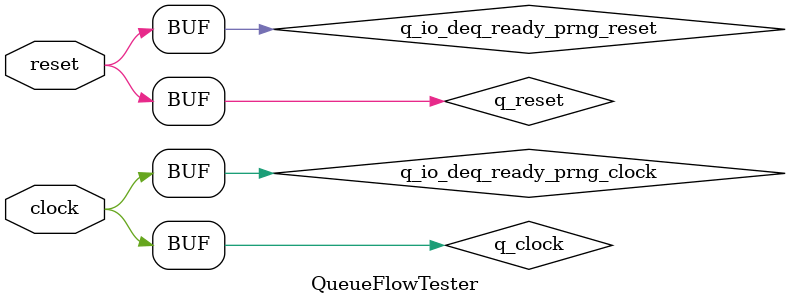
<source format=v>
module Queue(
  input   clock,
  input   reset,
  output  io_enq_ready,
  input   io_enq_valid,
  input   io_deq_ready,
  output  io_deq_valid,
  output  io_count
);
`ifdef RANDOMIZE_REG_INIT
  reg [31:0] _RAND_0;
`endif // RANDOMIZE_REG_INIT
  reg  maybe_full; // @[Decoupled.scala 223:27]
  wire  empty = ~maybe_full; // @[Decoupled.scala 226:28]
  wire  _do_enq_T = io_enq_ready & io_enq_valid; // @[Decoupled.scala 40:37]
  wire  _do_deq_T = io_deq_ready & io_deq_valid; // @[Decoupled.scala 40:37]
  wire  _GEN_7 = io_deq_ready ? 1'h0 : _do_enq_T; // @[Decoupled.scala 259:{27,36}]
  wire  do_enq = empty ? _GEN_7 : _do_enq_T; // @[Decoupled.scala 256:18]
  wire  do_deq = empty ? 1'h0 : _do_deq_T; // @[Decoupled.scala 256:18 258:14]
  assign io_enq_ready = ~maybe_full; // @[Decoupled.scala 243:19]
  assign io_deq_valid = io_enq_valid | ~empty; // @[Decoupled.scala 242:16 255:{25,40}]
  assign io_count = maybe_full; // @[Decoupled.scala 269:62]
  always @(posedge clock) begin
    if (reset) begin // @[Decoupled.scala 223:27]
      maybe_full <= 1'h0; // @[Decoupled.scala 223:27]
    end else if (do_enq != do_deq) begin // @[Decoupled.scala 238:28]
      if (empty) begin // @[Decoupled.scala 256:18]
        if (io_deq_ready) begin // @[Decoupled.scala 259:27]
          maybe_full <= 1'h0; // @[Decoupled.scala 259:36]
        end else begin
          maybe_full <= _do_enq_T;
        end
      end else begin
        maybe_full <= _do_enq_T;
      end
    end
  end
// Register and memory initialization
`ifdef RANDOMIZE_GARBAGE_ASSIGN
`define RANDOMIZE
`endif
`ifdef RANDOMIZE_INVALID_ASSIGN
`define RANDOMIZE
`endif
`ifdef RANDOMIZE_REG_INIT
`define RANDOMIZE
`endif
`ifdef RANDOMIZE_MEM_INIT
`define RANDOMIZE
`endif
`ifndef RANDOM
`define RANDOM $random
`endif
`ifdef RANDOMIZE_MEM_INIT
  integer initvar;
`endif
`ifndef SYNTHESIS
`ifdef FIRRTL_BEFORE_INITIAL
`FIRRTL_BEFORE_INITIAL
`endif
initial begin
  `ifdef RANDOMIZE
    `ifdef INIT_RANDOM
      `INIT_RANDOM
    `endif
    `ifndef VERILATOR
      `ifdef RANDOMIZE_DELAY
        #`RANDOMIZE_DELAY begin end
      `else
        #0.002 begin end
      `endif
    `endif
`ifdef RANDOMIZE_REG_INIT
  _RAND_0 = {1{`RANDOM}};
  maybe_full = _RAND_0[0:0];
`endif // RANDOMIZE_REG_INIT
  `endif // RANDOMIZE
end // initial
`ifdef FIRRTL_AFTER_INITIAL
`FIRRTL_AFTER_INITIAL
`endif
`endif // SYNTHESIS
endmodule
module MaxPeriodFibonacciLFSR(
  input   clock,
  input   reset,
  output  io_out_0,
  output  io_out_1,
  output  io_out_2,
  output  io_out_3,
  output  io_out_4,
  output  io_out_5,
  output  io_out_6,
  output  io_out_7,
  output  io_out_8,
  output  io_out_9,
  output  io_out_10,
  output  io_out_11,
  output  io_out_12,
  output  io_out_13,
  output  io_out_14,
  output  io_out_15
);
`ifdef RANDOMIZE_REG_INIT
  reg [31:0] _RAND_0;
  reg [31:0] _RAND_1;
  reg [31:0] _RAND_2;
  reg [31:0] _RAND_3;
  reg [31:0] _RAND_4;
  reg [31:0] _RAND_5;
  reg [31:0] _RAND_6;
  reg [31:0] _RAND_7;
  reg [31:0] _RAND_8;
  reg [31:0] _RAND_9;
  reg [31:0] _RAND_10;
  reg [31:0] _RAND_11;
  reg [31:0] _RAND_12;
  reg [31:0] _RAND_13;
  reg [31:0] _RAND_14;
  reg [31:0] _RAND_15;
`endif // RANDOMIZE_REG_INIT
  reg  state_0; // @[PRNG.scala 47:50]
  reg  state_1; // @[PRNG.scala 47:50]
  reg  state_2; // @[PRNG.scala 47:50]
  reg  state_3; // @[PRNG.scala 47:50]
  reg  state_4; // @[PRNG.scala 47:50]
  reg  state_5; // @[PRNG.scala 47:50]
  reg  state_6; // @[PRNG.scala 47:50]
  reg  state_7; // @[PRNG.scala 47:50]
  reg  state_8; // @[PRNG.scala 47:50]
  reg  state_9; // @[PRNG.scala 47:50]
  reg  state_10; // @[PRNG.scala 47:50]
  reg  state_11; // @[PRNG.scala 47:50]
  reg  state_12; // @[PRNG.scala 47:50]
  reg  state_13; // @[PRNG.scala 47:50]
  reg  state_14; // @[PRNG.scala 47:50]
  reg  state_15; // @[PRNG.scala 47:50]
  wire  _T_2 = state_15 ^ state_13 ^ state_12 ^ state_10; // @[LFSR.scala 15:41]
  assign io_out_0 = state_0; // @[PRNG.scala 69:10]
  assign io_out_1 = state_1; // @[PRNG.scala 69:10]
  assign io_out_2 = state_2; // @[PRNG.scala 69:10]
  assign io_out_3 = state_3; // @[PRNG.scala 69:10]
  assign io_out_4 = state_4; // @[PRNG.scala 69:10]
  assign io_out_5 = state_5; // @[PRNG.scala 69:10]
  assign io_out_6 = state_6; // @[PRNG.scala 69:10]
  assign io_out_7 = state_7; // @[PRNG.scala 69:10]
  assign io_out_8 = state_8; // @[PRNG.scala 69:10]
  assign io_out_9 = state_9; // @[PRNG.scala 69:10]
  assign io_out_10 = state_10; // @[PRNG.scala 69:10]
  assign io_out_11 = state_11; // @[PRNG.scala 69:10]
  assign io_out_12 = state_12; // @[PRNG.scala 69:10]
  assign io_out_13 = state_13; // @[PRNG.scala 69:10]
  assign io_out_14 = state_14; // @[PRNG.scala 69:10]
  assign io_out_15 = state_15; // @[PRNG.scala 69:10]
  always @(posedge clock) begin
    state_0 <= reset | _T_2; // @[PRNG.scala 47:{50,50}]
    if (reset) begin // @[PRNG.scala 47:50]
      state_1 <= 1'h0; // @[PRNG.scala 47:50]
    end else begin
      state_1 <= state_0;
    end
    if (reset) begin // @[PRNG.scala 47:50]
      state_2 <= 1'h0; // @[PRNG.scala 47:50]
    end else begin
      state_2 <= state_1;
    end
    if (reset) begin // @[PRNG.scala 47:50]
      state_3 <= 1'h0; // @[PRNG.scala 47:50]
    end else begin
      state_3 <= state_2;
    end
    if (reset) begin // @[PRNG.scala 47:50]
      state_4 <= 1'h0; // @[PRNG.scala 47:50]
    end else begin
      state_4 <= state_3;
    end
    if (reset) begin // @[PRNG.scala 47:50]
      state_5 <= 1'h0; // @[PRNG.scala 47:50]
    end else begin
      state_5 <= state_4;
    end
    if (reset) begin // @[PRNG.scala 47:50]
      state_6 <= 1'h0; // @[PRNG.scala 47:50]
    end else begin
      state_6 <= state_5;
    end
    if (reset) begin // @[PRNG.scala 47:50]
      state_7 <= 1'h0; // @[PRNG.scala 47:50]
    end else begin
      state_7 <= state_6;
    end
    if (reset) begin // @[PRNG.scala 47:50]
      state_8 <= 1'h0; // @[PRNG.scala 47:50]
    end else begin
      state_8 <= state_7;
    end
    if (reset) begin // @[PRNG.scala 47:50]
      state_9 <= 1'h0; // @[PRNG.scala 47:50]
    end else begin
      state_9 <= state_8;
    end
    if (reset) begin // @[PRNG.scala 47:50]
      state_10 <= 1'h0; // @[PRNG.scala 47:50]
    end else begin
      state_10 <= state_9;
    end
    if (reset) begin // @[PRNG.scala 47:50]
      state_11 <= 1'h0; // @[PRNG.scala 47:50]
    end else begin
      state_11 <= state_10;
    end
    if (reset) begin // @[PRNG.scala 47:50]
      state_12 <= 1'h0; // @[PRNG.scala 47:50]
    end else begin
      state_12 <= state_11;
    end
    if (reset) begin // @[PRNG.scala 47:50]
      state_13 <= 1'h0; // @[PRNG.scala 47:50]
    end else begin
      state_13 <= state_12;
    end
    if (reset) begin // @[PRNG.scala 47:50]
      state_14 <= 1'h0; // @[PRNG.scala 47:50]
    end else begin
      state_14 <= state_13;
    end
    if (reset) begin // @[PRNG.scala 47:50]
      state_15 <= 1'h0; // @[PRNG.scala 47:50]
    end else begin
      state_15 <= state_14;
    end
  end
// Register and memory initialization
`ifdef RANDOMIZE_GARBAGE_ASSIGN
`define RANDOMIZE
`endif
`ifdef RANDOMIZE_INVALID_ASSIGN
`define RANDOMIZE
`endif
`ifdef RANDOMIZE_REG_INIT
`define RANDOMIZE
`endif
`ifdef RANDOMIZE_MEM_INIT
`define RANDOMIZE
`endif
`ifndef RANDOM
`define RANDOM $random
`endif
`ifdef RANDOMIZE_MEM_INIT
  integer initvar;
`endif
`ifndef SYNTHESIS
`ifdef FIRRTL_BEFORE_INITIAL
`FIRRTL_BEFORE_INITIAL
`endif
initial begin
  `ifdef RANDOMIZE
    `ifdef INIT_RANDOM
      `INIT_RANDOM
    `endif
    `ifndef VERILATOR
      `ifdef RANDOMIZE_DELAY
        #`RANDOMIZE_DELAY begin end
      `else
        #0.002 begin end
      `endif
    `endif
`ifdef RANDOMIZE_REG_INIT
  _RAND_0 = {1{`RANDOM}};
  state_0 = _RAND_0[0:0];
  _RAND_1 = {1{`RANDOM}};
  state_1 = _RAND_1[0:0];
  _RAND_2 = {1{`RANDOM}};
  state_2 = _RAND_2[0:0];
  _RAND_3 = {1{`RANDOM}};
  state_3 = _RAND_3[0:0];
  _RAND_4 = {1{`RANDOM}};
  state_4 = _RAND_4[0:0];
  _RAND_5 = {1{`RANDOM}};
  state_5 = _RAND_5[0:0];
  _RAND_6 = {1{`RANDOM}};
  state_6 = _RAND_6[0:0];
  _RAND_7 = {1{`RANDOM}};
  state_7 = _RAND_7[0:0];
  _RAND_8 = {1{`RANDOM}};
  state_8 = _RAND_8[0:0];
  _RAND_9 = {1{`RANDOM}};
  state_9 = _RAND_9[0:0];
  _RAND_10 = {1{`RANDOM}};
  state_10 = _RAND_10[0:0];
  _RAND_11 = {1{`RANDOM}};
  state_11 = _RAND_11[0:0];
  _RAND_12 = {1{`RANDOM}};
  state_12 = _RAND_12[0:0];
  _RAND_13 = {1{`RANDOM}};
  state_13 = _RAND_13[0:0];
  _RAND_14 = {1{`RANDOM}};
  state_14 = _RAND_14[0:0];
  _RAND_15 = {1{`RANDOM}};
  state_15 = _RAND_15[0:0];
`endif // RANDOMIZE_REG_INIT
  `endif // RANDOMIZE
end // initial
`ifdef FIRRTL_AFTER_INITIAL
`FIRRTL_AFTER_INITIAL
`endif
`endif // SYNTHESIS
endmodule
module QueueFlowTester(
  input   clock,
  input   reset
);
`ifdef RANDOMIZE_REG_INIT
  reg [31:0] _RAND_0;
  reg [31:0] _RAND_1;
`endif // RANDOMIZE_REG_INIT
  wire  q_clock; // @[QueueSpec.scala 145:17]
  wire  q_reset; // @[QueueSpec.scala 145:17]
  wire  q_io_enq_ready; // @[QueueSpec.scala 145:17]
  wire  q_io_enq_valid; // @[QueueSpec.scala 145:17]
  wire  q_io_deq_ready; // @[QueueSpec.scala 145:17]
  wire  q_io_deq_valid; // @[QueueSpec.scala 145:17]
  wire  q_io_count; // @[QueueSpec.scala 145:17]
  wire  q_io_deq_ready_prng_clock; // @[PRNG.scala 82:22]
  wire  q_io_deq_ready_prng_reset; // @[PRNG.scala 82:22]
  wire  q_io_deq_ready_prng_io_out_0; // @[PRNG.scala 82:22]
  wire  q_io_deq_ready_prng_io_out_1; // @[PRNG.scala 82:22]
  wire  q_io_deq_ready_prng_io_out_2; // @[PRNG.scala 82:22]
  wire  q_io_deq_ready_prng_io_out_3; // @[PRNG.scala 82:22]
  wire  q_io_deq_ready_prng_io_out_4; // @[PRNG.scala 82:22]
  wire  q_io_deq_ready_prng_io_out_5; // @[PRNG.scala 82:22]
  wire  q_io_deq_ready_prng_io_out_6; // @[PRNG.scala 82:22]
  wire  q_io_deq_ready_prng_io_out_7; // @[PRNG.scala 82:22]
  wire  q_io_deq_ready_prng_io_out_8; // @[PRNG.scala 82:22]
  wire  q_io_deq_ready_prng_io_out_9; // @[PRNG.scala 82:22]
  wire  q_io_deq_ready_prng_io_out_10; // @[PRNG.scala 82:22]
  wire  q_io_deq_ready_prng_io_out_11; // @[PRNG.scala 82:22]
  wire  q_io_deq_ready_prng_io_out_12; // @[PRNG.scala 82:22]
  wire  q_io_deq_ready_prng_io_out_13; // @[PRNG.scala 82:22]
  wire  q_io_deq_ready_prng_io_out_14; // @[PRNG.scala 82:22]
  wire  q_io_deq_ready_prng_io_out_15; // @[PRNG.scala 82:22]
  reg [4:0] value; // @[Counter.scala 60:40]
  reg [4:0] value_1; // @[Counter.scala 60:40]
  wire [7:0] q_io_deq_ready_lo = {q_io_deq_ready_prng_io_out_7,q_io_deq_ready_prng_io_out_6,q_io_deq_ready_prng_io_out_5
    ,q_io_deq_ready_prng_io_out_4,q_io_deq_ready_prng_io_out_3,q_io_deq_ready_prng_io_out_2,q_io_deq_ready_prng_io_out_1
    ,q_io_deq_ready_prng_io_out_0}; // @[PRNG.scala 86:17]
  wire [15:0] _q_io_deq_ready_T = {q_io_deq_ready_prng_io_out_15,q_io_deq_ready_prng_io_out_14,
    q_io_deq_ready_prng_io_out_13,q_io_deq_ready_prng_io_out_12,q_io_deq_ready_prng_io_out_11,
    q_io_deq_ready_prng_io_out_10,q_io_deq_ready_prng_io_out_9,q_io_deq_ready_prng_io_out_8,q_io_deq_ready_lo}; // @[PRNG.scala 86:17]
  wire  _T_6 = q_io_enq_ready & q_io_enq_valid; // @[Decoupled.scala 40:37]
  wire  wrap = value == 5'h14; // @[Counter.scala 72:24]
  wire [4:0] _value_T_1 = value + 5'h1; // @[Counter.scala 76:24]
  wire  _T_14 = q_io_deq_ready & q_io_deq_valid; // @[Decoupled.scala 40:37]
  wire  wrap_1 = value_1 == 5'h14; // @[Counter.scala 72:24]
  wire [4:0] _value_T_3 = value_1 + 5'h1; // @[Counter.scala 76:24]
  Queue q ( // @[QueueSpec.scala 145:17]
    .clock(q_clock),
    .reset(q_reset),
    .io_enq_ready(q_io_enq_ready),
    .io_enq_valid(q_io_enq_valid),
    .io_deq_ready(q_io_deq_ready),
    .io_deq_valid(q_io_deq_valid),
    .io_count(q_io_count)
  );
  MaxPeriodFibonacciLFSR q_io_deq_ready_prng ( // @[PRNG.scala 82:22]
    .clock(q_io_deq_ready_prng_clock),
    .reset(q_io_deq_ready_prng_reset),
    .io_out_0(q_io_deq_ready_prng_io_out_0),
    .io_out_1(q_io_deq_ready_prng_io_out_1),
    .io_out_2(q_io_deq_ready_prng_io_out_2),
    .io_out_3(q_io_deq_ready_prng_io_out_3),
    .io_out_4(q_io_deq_ready_prng_io_out_4),
    .io_out_5(q_io_deq_ready_prng_io_out_5),
    .io_out_6(q_io_deq_ready_prng_io_out_6),
    .io_out_7(q_io_deq_ready_prng_io_out_7),
    .io_out_8(q_io_deq_ready_prng_io_out_8),
    .io_out_9(q_io_deq_ready_prng_io_out_9),
    .io_out_10(q_io_deq_ready_prng_io_out_10),
    .io_out_11(q_io_deq_ready_prng_io_out_11),
    .io_out_12(q_io_deq_ready_prng_io_out_12),
    .io_out_13(q_io_deq_ready_prng_io_out_13),
    .io_out_14(q_io_deq_ready_prng_io_out_14),
    .io_out_15(q_io_deq_ready_prng_io_out_15)
  );
  assign q_clock = clock;
  assign q_reset = reset;
  assign q_io_enq_valid = value < 5'h14; // @[QueueSpec.scala 152:34]
  assign q_io_deq_ready = _q_io_deq_ready_T[4]; // @[QueueSpec.scala 156:29]
  assign q_io_deq_ready_prng_clock = clock;
  assign q_io_deq_ready_prng_reset = reset;
  always @(posedge clock) begin
    if (reset) begin // @[Counter.scala 60:40]
      value <= 5'h0; // @[Counter.scala 60:40]
    end else if (_T_6) begin // @[QueueSpec.scala 161:25]
      if (wrap) begin // @[Counter.scala 86:20]
        value <= 5'h0; // @[Counter.scala 86:28]
      end else begin
        value <= _value_T_1; // @[Counter.scala 76:15]
      end
    end
    if (reset) begin // @[Counter.scala 60:40]
      value_1 <= 5'h0; // @[Counter.scala 60:40]
    end else if (_T_14) begin // @[QueueSpec.scala 164:25]
      if (wrap_1) begin // @[Counter.scala 86:20]
        value_1 <= 5'h0; // @[Counter.scala 86:28]
      end else begin
        value_1 <= _value_T_3; // @[Counter.scala 76:15]
      end
    end
    `ifndef SYNTHESIS
    `ifdef PRINTF_COND
      if (`PRINTF_COND) begin
    `endif
        if (~(q_io_enq_ready | q_io_count | reset)) begin
          $fwrite(32'h80000002,
            "Assertion failed\n    at QueueSpec.scala:154 assert(q.io.enq.ready || q.io.count === queueDepth.U)\n"); // @[QueueSpec.scala 154:9]
        end
    `ifdef PRINTF_COND
      end
    `endif
    `endif // SYNTHESIS
    `ifndef SYNTHESIS
    `ifdef STOP_COND
      if (`STOP_COND) begin
    `endif
        if (~(q_io_enq_ready | q_io_count | reset)) begin
          $fatal; // @[QueueSpec.scala 154:9]
        end
    `ifdef STOP_COND
      end
    `endif
    `endif // SYNTHESIS
    `ifndef SYNTHESIS
    `ifdef PRINTF_COND
      if (`PRINTF_COND) begin
    `endif
        if (~(q_io_deq_valid | ~q_io_count & ~_T_6 | reset)) begin
          $fwrite(32'h80000002,
            "Assertion failed\n    at QueueSpec.scala:158 assert(q.io.deq.valid || (q.io.count === 0.U && !q.io.enq.fire()))\n"
            ); // @[QueueSpec.scala 158:9]
        end
    `ifdef PRINTF_COND
      end
    `endif
    `endif // SYNTHESIS
    `ifndef SYNTHESIS
    `ifdef STOP_COND
      if (`STOP_COND) begin
    `endif
        if (~(q_io_deq_valid | ~q_io_count & ~_T_6 | reset)) begin
          $fatal; // @[QueueSpec.scala 158:9]
        end
    `ifdef STOP_COND
      end
    `endif
    `endif // SYNTHESIS
    `ifndef SYNTHESIS
    `ifdef STOP_COND
      if (`STOP_COND) begin
    `endif
        if (wrap_1 & ~reset) begin
          $finish; // @[QueueSpec.scala 168:9]
        end
    `ifdef STOP_COND
      end
    `endif
    `endif // SYNTHESIS
  end
// Register and memory initialization
`ifdef RANDOMIZE_GARBAGE_ASSIGN
`define RANDOMIZE
`endif
`ifdef RANDOMIZE_INVALID_ASSIGN
`define RANDOMIZE
`endif
`ifdef RANDOMIZE_REG_INIT
`define RANDOMIZE
`endif
`ifdef RANDOMIZE_MEM_INIT
`define RANDOMIZE
`endif
`ifndef RANDOM
`define RANDOM $random
`endif
`ifdef RANDOMIZE_MEM_INIT
  integer initvar;
`endif
`ifndef SYNTHESIS
`ifdef FIRRTL_BEFORE_INITIAL
`FIRRTL_BEFORE_INITIAL
`endif
initial begin
  `ifdef RANDOMIZE
    `ifdef INIT_RANDOM
      `INIT_RANDOM
    `endif
    `ifndef VERILATOR
      `ifdef RANDOMIZE_DELAY
        #`RANDOMIZE_DELAY begin end
      `else
        #0.002 begin end
      `endif
    `endif
`ifdef RANDOMIZE_REG_INIT
  _RAND_0 = {1{`RANDOM}};
  value = _RAND_0[4:0];
  _RAND_1 = {1{`RANDOM}};
  value_1 = _RAND_1[4:0];
`endif // RANDOMIZE_REG_INIT
  `endif // RANDOMIZE
end // initial
`ifdef FIRRTL_AFTER_INITIAL
`FIRRTL_AFTER_INITIAL
`endif
`endif // SYNTHESIS
endmodule

</source>
